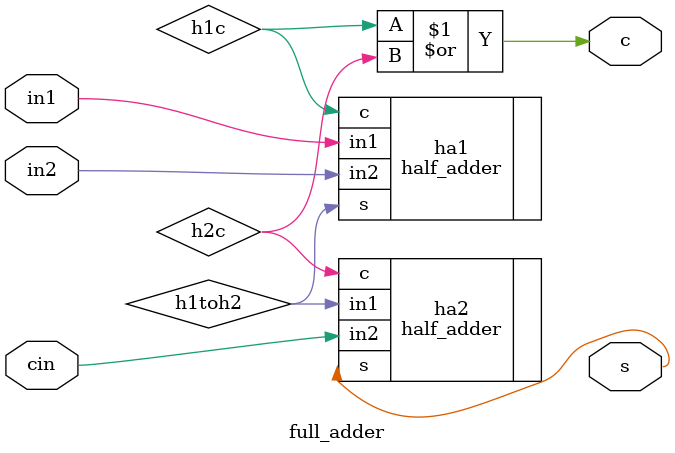
<source format=v>
module full_adder (
    in1, in2, cin,
    c, s
);
    input in1, in2, cin;
    output c, s;

    wire h1toh2;
    wire h1c;
    wire h2c;

    half_adder ha1(.in1(in1), .in2(in2), .s(h1toh2), .c(h1c));
    half_adder ha2(.in1(h1toh2), .in2(cin), .s(s), .c(h2c));
    assign c = h1c | h2c;
endmodule
</source>
